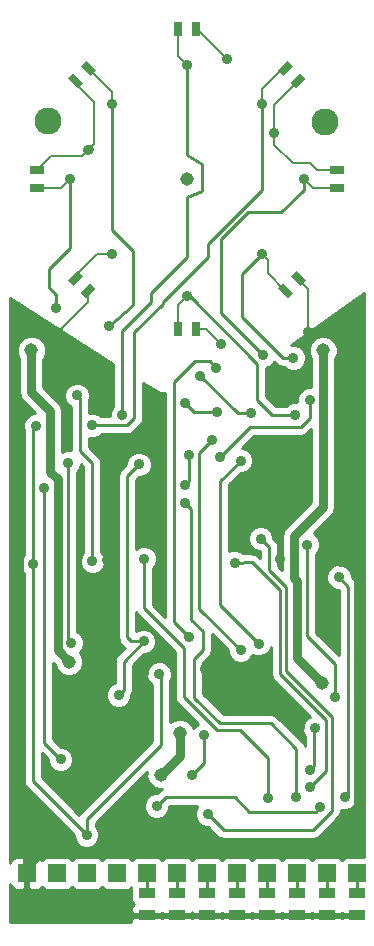
<source format=gtl>
G04 (created by PCBNEW (2013-07-07 BZR 4022)-stable) date 12/18/2014 6:53:03 AM*
%MOIN*%
G04 Gerber Fmt 3.4, Leading zero omitted, Abs format*
%FSLAX34Y34*%
G01*
G70*
G90*
G04 APERTURE LIST*
%ADD10C,0.00590551*%
%ADD11C,0.09*%
%ADD12R,0.055X0.035*%
%ADD13R,0.025X0.045*%
%ADD14R,0.045X0.025*%
%ADD15R,0.0590551X0.0590551*%
%ADD16C,0.045*%
%ADD17C,0.035*%
%ADD18C,0.03*%
%ADD19C,0.01*%
%ADD20C,0.007*%
G04 APERTURE END LIST*
G54D10*
G54D11*
X83010Y-45680D03*
X73780Y-45640D03*
G54D12*
X81060Y-71375D03*
X81060Y-72125D03*
X80070Y-71375D03*
X80070Y-72125D03*
X82060Y-71375D03*
X82060Y-72125D03*
X79070Y-71375D03*
X79070Y-72125D03*
X83060Y-71375D03*
X83060Y-72125D03*
X78060Y-71375D03*
X78060Y-72125D03*
X84060Y-71375D03*
X84060Y-72125D03*
X77070Y-71375D03*
X77070Y-72125D03*
G54D10*
G36*
X75041Y-43640D02*
X75359Y-43958D01*
X75182Y-44135D01*
X74864Y-43817D01*
X75041Y-43640D01*
X75041Y-43640D01*
G37*
G36*
X74617Y-44064D02*
X74935Y-44382D01*
X74758Y-44559D01*
X74440Y-44241D01*
X74617Y-44064D01*
X74617Y-44064D01*
G37*
G54D13*
X78100Y-42600D03*
X78700Y-42600D03*
G54D10*
G36*
X81440Y-43958D02*
X81758Y-43640D01*
X81935Y-43817D01*
X81617Y-44135D01*
X81440Y-43958D01*
X81440Y-43958D01*
G37*
G36*
X81864Y-44382D02*
X82182Y-44064D01*
X82359Y-44241D01*
X82041Y-44559D01*
X81864Y-44382D01*
X81864Y-44382D01*
G37*
G54D14*
X83400Y-47900D03*
X83400Y-47300D03*
G54D10*
G36*
X81758Y-51559D02*
X81440Y-51241D01*
X81617Y-51064D01*
X81935Y-51382D01*
X81758Y-51559D01*
X81758Y-51559D01*
G37*
G36*
X82182Y-51135D02*
X81864Y-50817D01*
X82041Y-50640D01*
X82359Y-50958D01*
X82182Y-51135D01*
X82182Y-51135D01*
G37*
G54D13*
X78100Y-52600D03*
X78700Y-52600D03*
G54D10*
G36*
X74440Y-50958D02*
X74758Y-50640D01*
X74935Y-50817D01*
X74617Y-51135D01*
X74440Y-50958D01*
X74440Y-50958D01*
G37*
G36*
X74864Y-51382D02*
X75182Y-51064D01*
X75359Y-51241D01*
X75041Y-51559D01*
X74864Y-51382D01*
X74864Y-51382D01*
G37*
G54D14*
X73400Y-47900D03*
X73400Y-47300D03*
G54D15*
X84060Y-70730D03*
X83060Y-70730D03*
X82060Y-70730D03*
X81060Y-70730D03*
X80060Y-70730D03*
X79060Y-70730D03*
X78060Y-70730D03*
X77060Y-70730D03*
X76060Y-70730D03*
X75060Y-70730D03*
X74060Y-70730D03*
X73060Y-70730D03*
G54D16*
X78400Y-47600D03*
X82950Y-53300D03*
X82900Y-64380D03*
X74470Y-63670D03*
X73220Y-53300D03*
G54D17*
X78970Y-66130D03*
X78570Y-67440D03*
X77270Y-55520D03*
X81320Y-46060D03*
X79750Y-43600D03*
X75120Y-46620D03*
X83810Y-55560D03*
X75720Y-62770D03*
X75180Y-63770D03*
X72980Y-55230D03*
X79020Y-63920D03*
X79340Y-64860D03*
X75750Y-57550D03*
X75750Y-60300D03*
X72710Y-53880D03*
X83800Y-52700D03*
X79550Y-53100D03*
X82450Y-52700D03*
X81500Y-57450D03*
X81500Y-60250D03*
X82510Y-67840D03*
X79990Y-60370D03*
X74190Y-66930D03*
X73650Y-57900D03*
X81090Y-68210D03*
X76970Y-60240D03*
X83470Y-60860D03*
X83660Y-68200D03*
X82850Y-68530D03*
X77390Y-68490D03*
X79090Y-68750D03*
X80860Y-59570D03*
X83330Y-64850D03*
X82680Y-65890D03*
X82490Y-67300D03*
X82420Y-59770D03*
X74050Y-51900D03*
X74500Y-47600D03*
X75800Y-52500D03*
X75900Y-45100D03*
X76250Y-55450D03*
X78400Y-43800D03*
X82000Y-55450D03*
X78400Y-51500D03*
X80550Y-55400D03*
X78850Y-54150D03*
X75900Y-50100D03*
X75250Y-55800D03*
X80900Y-45100D03*
X80950Y-53450D03*
X82300Y-47600D03*
X81950Y-53550D03*
X80900Y-50100D03*
X78350Y-58370D03*
X82050Y-68200D03*
X74740Y-54800D03*
X75250Y-60330D03*
X74550Y-63050D03*
X74450Y-57050D03*
X78470Y-62860D03*
X79380Y-53880D03*
X82500Y-54950D03*
X79500Y-56850D03*
X79250Y-56270D03*
X80190Y-63290D03*
X77480Y-64090D03*
X75060Y-69450D03*
X73260Y-60430D03*
X73370Y-55810D03*
X78350Y-55050D03*
X79400Y-55350D03*
X80190Y-56970D03*
X80800Y-63070D03*
X78470Y-56780D03*
X78340Y-57770D03*
X76125Y-64785D03*
X76960Y-63000D03*
X76800Y-57100D03*
G54D16*
X78160Y-66060D03*
X77530Y-67440D03*
G54D18*
X82950Y-53300D02*
X82950Y-58510D01*
X82060Y-63540D02*
X82900Y-64380D01*
X82060Y-60980D02*
X82060Y-63540D01*
X81980Y-60900D02*
X82060Y-60980D01*
X81980Y-59480D02*
X81980Y-60900D01*
X82950Y-58510D02*
X81980Y-59480D01*
X73220Y-53300D02*
X73220Y-54690D01*
X73220Y-54690D02*
X73850Y-55320D01*
X73850Y-55320D02*
X73850Y-57340D01*
X73850Y-57340D02*
X74090Y-57580D01*
X74090Y-57580D02*
X74090Y-63290D01*
X74090Y-63290D02*
X74470Y-63670D01*
G54D19*
X78970Y-67040D02*
X78970Y-66130D01*
X78570Y-67440D02*
X78970Y-67040D01*
G54D20*
X83400Y-47300D02*
X82750Y-47300D01*
X81320Y-45104D02*
X82112Y-44312D01*
X81320Y-46440D02*
X81320Y-46060D01*
X81320Y-46060D02*
X81320Y-45104D01*
X81940Y-47060D02*
X81320Y-46440D01*
X82510Y-47060D02*
X81940Y-47060D01*
X82750Y-47300D02*
X82510Y-47060D01*
X78750Y-42600D02*
X79750Y-43600D01*
X78750Y-42600D02*
X78700Y-42600D01*
G54D18*
X75145Y-46595D02*
X75145Y-46585D01*
X75120Y-46620D02*
X75145Y-46595D01*
G54D20*
X74687Y-44312D02*
X74687Y-44387D01*
X74687Y-44387D02*
X75310Y-45010D01*
X75310Y-45010D02*
X75310Y-46420D01*
X75310Y-46420D02*
X75145Y-46585D01*
X73880Y-46820D02*
X73400Y-47300D01*
X75145Y-46585D02*
X74910Y-46820D01*
X74910Y-46820D02*
X73880Y-46820D01*
G54D18*
X73060Y-70730D02*
X73060Y-70510D01*
X84110Y-60770D02*
X84110Y-68630D01*
X83800Y-60460D02*
X84110Y-60770D01*
X83800Y-60460D02*
X83800Y-55560D01*
X84110Y-69340D02*
X84110Y-68630D01*
X83350Y-70100D02*
X84110Y-69340D01*
X73470Y-70100D02*
X83350Y-70100D01*
X73060Y-70510D02*
X73470Y-70100D01*
G54D19*
X77070Y-72125D02*
X78060Y-72125D01*
X78060Y-72125D02*
X79070Y-72125D01*
X79070Y-72125D02*
X80070Y-72125D01*
X80070Y-72125D02*
X81060Y-72125D01*
X81060Y-72125D02*
X82060Y-72125D01*
X82060Y-72125D02*
X83060Y-72125D01*
X83060Y-72125D02*
X84060Y-72125D01*
X73060Y-70730D02*
X73060Y-71390D01*
X73795Y-72125D02*
X77070Y-72125D01*
X73060Y-71390D02*
X73795Y-72125D01*
X83810Y-55560D02*
X83800Y-55550D01*
X83800Y-55550D02*
X83800Y-55560D01*
X75720Y-63230D02*
X75720Y-62770D01*
X75180Y-63770D02*
X75720Y-63230D01*
G54D18*
X73060Y-70440D02*
X73060Y-70730D01*
X83800Y-52900D02*
X83800Y-55560D01*
X83800Y-52700D02*
X83800Y-52900D01*
X72980Y-55230D02*
X72790Y-55420D01*
X72790Y-55420D02*
X72790Y-69390D01*
X72790Y-69390D02*
X73060Y-69660D01*
X73060Y-69660D02*
X73060Y-70730D01*
G54D19*
X79020Y-63920D02*
X79340Y-64240D01*
X79340Y-64240D02*
X79340Y-64860D01*
X75750Y-60300D02*
X75750Y-57550D01*
G54D20*
X75112Y-51312D02*
X75112Y-51687D01*
G54D19*
X72710Y-52940D02*
X72710Y-53880D01*
X73550Y-52600D02*
X72710Y-52940D01*
X74200Y-52600D02*
X73550Y-52600D01*
G54D20*
X75112Y-51687D02*
X74200Y-52600D01*
G54D18*
X83800Y-52700D02*
X83550Y-52700D01*
X83550Y-52700D02*
X83600Y-52700D01*
X83600Y-52700D02*
X82450Y-52700D01*
G54D20*
X82112Y-50887D02*
X82112Y-50912D01*
X82112Y-50912D02*
X82450Y-51250D01*
X82450Y-51250D02*
X82450Y-52700D01*
X78700Y-52600D02*
X79050Y-52600D01*
X79050Y-52600D02*
X79550Y-53100D01*
G54D19*
X81500Y-60250D02*
X81500Y-57450D01*
X82510Y-67840D02*
X83030Y-67320D01*
X83030Y-67320D02*
X83030Y-65620D01*
X83030Y-65620D02*
X81510Y-64100D01*
X81510Y-64100D02*
X81510Y-61300D01*
X81510Y-61300D02*
X80570Y-60360D01*
X80570Y-60360D02*
X79990Y-60370D01*
X74185Y-66925D02*
X74185Y-66915D01*
X74190Y-66930D02*
X74185Y-66925D01*
X73650Y-57900D02*
X73640Y-57910D01*
X73640Y-57910D02*
X73640Y-66370D01*
X73640Y-66370D02*
X74185Y-66915D01*
X74185Y-66915D02*
X74210Y-66940D01*
X81090Y-68210D02*
X81090Y-66870D01*
X79580Y-65950D02*
X79400Y-65950D01*
X79400Y-65950D02*
X78290Y-64840D01*
X78290Y-64840D02*
X78290Y-63220D01*
X78290Y-63220D02*
X76970Y-61900D01*
X76970Y-61900D02*
X76970Y-60240D01*
X80170Y-65950D02*
X79580Y-65950D01*
X81090Y-66870D02*
X80170Y-65950D01*
X83780Y-61170D02*
X83470Y-60860D01*
X83780Y-68080D02*
X83780Y-61170D01*
X83660Y-68200D02*
X83780Y-68080D01*
X82710Y-68670D02*
X82850Y-68530D01*
X80480Y-68670D02*
X82710Y-68670D01*
X80000Y-68190D02*
X80480Y-68670D01*
X77690Y-68190D02*
X80000Y-68190D01*
X77390Y-68490D02*
X77690Y-68190D01*
X83240Y-67950D02*
X83240Y-68640D01*
X82170Y-69290D02*
X79630Y-69290D01*
X79630Y-69290D02*
X79090Y-68750D01*
X83240Y-65520D02*
X83240Y-67950D01*
X81716Y-63996D02*
X83240Y-65520D01*
X81716Y-61186D02*
X81716Y-63996D01*
X81150Y-60620D02*
X81716Y-61186D01*
X81150Y-59860D02*
X81150Y-60620D01*
X80860Y-59570D02*
X81150Y-59860D01*
X82590Y-69290D02*
X82170Y-69290D01*
X83240Y-68640D02*
X82590Y-69290D01*
X83330Y-64850D02*
X83330Y-63740D01*
X82630Y-65940D02*
X82680Y-65890D01*
X82630Y-67160D02*
X82630Y-65940D01*
X82490Y-67300D02*
X82630Y-67160D01*
X82420Y-62830D02*
X82420Y-59770D01*
X83330Y-63740D02*
X82420Y-62830D01*
X73800Y-51200D02*
X73800Y-51000D01*
X74050Y-51450D02*
X73800Y-51200D01*
X74050Y-51900D02*
X74050Y-51450D01*
X74500Y-47600D02*
X74500Y-49900D01*
X74500Y-49900D02*
X73800Y-50600D01*
X73800Y-50600D02*
X73800Y-51000D01*
X73800Y-51000D02*
X73800Y-51000D01*
G54D20*
X74200Y-47900D02*
X73400Y-47900D01*
X74500Y-47600D02*
X74200Y-47900D01*
X75900Y-45100D02*
X75900Y-44675D01*
X75900Y-44675D02*
X75112Y-43887D01*
G54D19*
X75900Y-45100D02*
X75900Y-49300D01*
X76600Y-51800D02*
X75800Y-52500D01*
X76600Y-50000D02*
X76600Y-51800D01*
X75900Y-49300D02*
X76600Y-50000D01*
X76250Y-55450D02*
X76250Y-52650D01*
X78900Y-47100D02*
X78900Y-47900D01*
X78900Y-47900D02*
X78900Y-48000D01*
X78900Y-48000D02*
X78400Y-48200D01*
X78400Y-43800D02*
X78400Y-46800D01*
X78400Y-48200D02*
X78400Y-50200D01*
X78400Y-50200D02*
X77200Y-51400D01*
X78400Y-46800D02*
X78900Y-47100D01*
X77200Y-51700D02*
X77200Y-51400D01*
X76250Y-52650D02*
X77200Y-51700D01*
G54D20*
X78100Y-42600D02*
X78100Y-43500D01*
X78100Y-43500D02*
X78400Y-43800D01*
G54D19*
X78400Y-51500D02*
X78500Y-51500D01*
X81250Y-55450D02*
X82000Y-55450D01*
X80750Y-54950D02*
X81250Y-55450D01*
X80750Y-53750D02*
X80750Y-54950D01*
X78500Y-51500D02*
X80750Y-53750D01*
G54D20*
X78100Y-51800D02*
X78100Y-52600D01*
X78400Y-51500D02*
X78100Y-51800D01*
G54D19*
X80100Y-55400D02*
X80550Y-55400D01*
X78850Y-54150D02*
X80100Y-55400D01*
X74687Y-50812D02*
X74687Y-50887D01*
G54D20*
X75400Y-50100D02*
X74687Y-50812D01*
X75900Y-50100D02*
X75400Y-50100D01*
G54D19*
X77600Y-51700D02*
X77600Y-51750D01*
X80900Y-47950D02*
X79100Y-49750D01*
X79100Y-49750D02*
X79100Y-50200D01*
X79100Y-50200D02*
X77600Y-51700D01*
X80900Y-45100D02*
X80900Y-47950D01*
X76400Y-55800D02*
X75250Y-55800D01*
X76650Y-55550D02*
X76400Y-55800D01*
X76650Y-52700D02*
X76650Y-55550D01*
X77600Y-51750D02*
X76650Y-52700D01*
G54D20*
X81612Y-43887D02*
X81687Y-43887D01*
X80900Y-44600D02*
X81612Y-43887D01*
X80900Y-45100D02*
X80900Y-44600D01*
G54D19*
X82300Y-47600D02*
X82300Y-47950D01*
X79550Y-52050D02*
X80950Y-53450D01*
X79550Y-49600D02*
X79550Y-52050D01*
X80450Y-48700D02*
X79550Y-49600D01*
X81550Y-48700D02*
X80450Y-48700D01*
X82300Y-47950D02*
X81550Y-48700D01*
G54D20*
X82300Y-47600D02*
X82600Y-47900D01*
X82600Y-47900D02*
X83400Y-47900D01*
G54D19*
X80900Y-50100D02*
X80250Y-50750D01*
X81600Y-53550D02*
X81950Y-53550D01*
X80250Y-52200D02*
X81600Y-53550D01*
X80250Y-50750D02*
X80250Y-52200D01*
G54D20*
X81100Y-50724D02*
X81687Y-51312D01*
X81100Y-50300D02*
X81100Y-50724D01*
X80900Y-50100D02*
X81100Y-50300D01*
G54D19*
X82050Y-68200D02*
X82050Y-66580D01*
X78350Y-58370D02*
X78550Y-58570D01*
X78550Y-58570D02*
X78550Y-59660D01*
X78550Y-62270D02*
X78550Y-59660D01*
X78930Y-62650D02*
X78550Y-62270D01*
X78930Y-63290D02*
X78930Y-62650D01*
X78650Y-63570D02*
X78930Y-63290D01*
X78650Y-64880D02*
X78650Y-63570D01*
X79500Y-65730D02*
X78650Y-64880D01*
X80190Y-65730D02*
X79500Y-65730D01*
X81200Y-65730D02*
X80190Y-65730D01*
X82050Y-66580D02*
X81200Y-65730D01*
X84060Y-70730D02*
X84060Y-71375D01*
X83060Y-70730D02*
X83060Y-71375D01*
X82060Y-70730D02*
X82060Y-71375D01*
X81060Y-70730D02*
X81060Y-71375D01*
X80060Y-70730D02*
X80060Y-71365D01*
X80060Y-71365D02*
X80070Y-71375D01*
X79060Y-70730D02*
X79060Y-71365D01*
X79060Y-71365D02*
X79070Y-71375D01*
X78060Y-70730D02*
X78060Y-71375D01*
X77070Y-71375D02*
X77070Y-70740D01*
X77070Y-70740D02*
X77060Y-70730D01*
X74740Y-54800D02*
X74850Y-54910D01*
X74850Y-54910D02*
X74850Y-55050D01*
X74850Y-56650D02*
X74850Y-55050D01*
X75250Y-57050D02*
X74850Y-56650D01*
X75250Y-60330D02*
X75250Y-57050D01*
X74550Y-63050D02*
X74450Y-62950D01*
X74450Y-62950D02*
X74450Y-57050D01*
X77970Y-62350D02*
X77970Y-54360D01*
X78470Y-62860D02*
X77970Y-62350D01*
X77970Y-54360D02*
X78670Y-53660D01*
X78670Y-53660D02*
X79160Y-53660D01*
X79160Y-53660D02*
X79380Y-53880D01*
X82500Y-55550D02*
X82500Y-54950D01*
X82200Y-55850D02*
X82500Y-55550D01*
X80500Y-55850D02*
X82200Y-55850D01*
X79500Y-56850D02*
X80500Y-55850D01*
X78810Y-56710D02*
X79250Y-56270D01*
X78810Y-61910D02*
X78810Y-56710D01*
X80190Y-63290D02*
X78810Y-61910D01*
X75060Y-68930D02*
X75060Y-69450D01*
X77550Y-66440D02*
X75060Y-68930D01*
X77550Y-64160D02*
X77550Y-66440D01*
X77480Y-64090D02*
X77550Y-64160D01*
X73260Y-67650D02*
X75060Y-69450D01*
X73260Y-60440D02*
X73260Y-67650D01*
X73260Y-60430D02*
X73260Y-60440D01*
X73370Y-55810D02*
X73260Y-55920D01*
X73260Y-55920D02*
X73260Y-60440D01*
X78350Y-55050D02*
X78650Y-55350D01*
X78650Y-55350D02*
X79400Y-55350D01*
X79520Y-57640D02*
X80190Y-56970D01*
X79520Y-61790D02*
X79520Y-57640D01*
X80800Y-63070D02*
X79520Y-61790D01*
X78470Y-57640D02*
X78470Y-56780D01*
X78340Y-57770D02*
X78470Y-57640D01*
X76960Y-63000D02*
X76290Y-63670D01*
X76290Y-64620D02*
X76290Y-63670D01*
X76290Y-64620D02*
X76125Y-64785D01*
X76400Y-62820D02*
X76400Y-62860D01*
X76400Y-62860D02*
X76540Y-63000D01*
X76540Y-63000D02*
X76930Y-63000D01*
X76400Y-57500D02*
X76800Y-57100D01*
X76400Y-57500D02*
X76400Y-62820D01*
X76960Y-63000D02*
X76930Y-63000D01*
G54D18*
X78160Y-66810D02*
X78160Y-66060D01*
X77530Y-67440D02*
X78160Y-66810D01*
G54D10*
G36*
X78776Y-65750D02*
X78729Y-65769D01*
X78609Y-65888D01*
X78606Y-65896D01*
X78562Y-65791D01*
X78429Y-65657D01*
X78254Y-65585D01*
X78065Y-65584D01*
X77891Y-65657D01*
X77850Y-65698D01*
X77850Y-64307D01*
X77904Y-64174D01*
X77905Y-64005D01*
X77840Y-63849D01*
X77721Y-63729D01*
X77564Y-63665D01*
X77395Y-63664D01*
X77239Y-63729D01*
X77119Y-63848D01*
X77055Y-64005D01*
X77054Y-64174D01*
X77119Y-64330D01*
X77238Y-64450D01*
X77250Y-64454D01*
X77250Y-66315D01*
X74847Y-68717D01*
X74809Y-68775D01*
X73560Y-67525D01*
X73560Y-66714D01*
X73765Y-66919D01*
X73764Y-67014D01*
X73829Y-67170D01*
X73948Y-67290D01*
X74105Y-67354D01*
X74274Y-67355D01*
X74430Y-67290D01*
X74550Y-67171D01*
X74614Y-67014D01*
X74615Y-66845D01*
X74550Y-66689D01*
X74431Y-66569D01*
X74274Y-66505D01*
X74199Y-66505D01*
X73940Y-66245D01*
X73940Y-63705D01*
X73994Y-63760D01*
X73994Y-63764D01*
X74067Y-63938D01*
X74200Y-64072D01*
X74375Y-64144D01*
X74564Y-64145D01*
X74738Y-64072D01*
X74872Y-63939D01*
X74944Y-63764D01*
X74945Y-63575D01*
X74872Y-63401D01*
X74836Y-63364D01*
X74910Y-63291D01*
X74974Y-63134D01*
X74975Y-62965D01*
X74910Y-62809D01*
X74791Y-62689D01*
X74750Y-62672D01*
X74750Y-57351D01*
X74810Y-57291D01*
X74874Y-57134D01*
X74874Y-57099D01*
X74950Y-57174D01*
X74950Y-60028D01*
X74889Y-60088D01*
X74825Y-60245D01*
X74824Y-60414D01*
X74889Y-60570D01*
X75008Y-60690D01*
X75165Y-60754D01*
X75334Y-60755D01*
X75490Y-60690D01*
X75610Y-60571D01*
X75674Y-60414D01*
X75675Y-60245D01*
X75610Y-60089D01*
X75550Y-60028D01*
X75550Y-57050D01*
X75549Y-57049D01*
X75527Y-56935D01*
X75462Y-56837D01*
X75462Y-56837D01*
X75150Y-56525D01*
X75150Y-56218D01*
X75165Y-56224D01*
X75334Y-56225D01*
X75490Y-56160D01*
X75551Y-56100D01*
X76400Y-56100D01*
X76400Y-56099D01*
X76514Y-56077D01*
X76514Y-56077D01*
X76612Y-56012D01*
X76862Y-55762D01*
X76862Y-55762D01*
X76927Y-55664D01*
X76949Y-55550D01*
X76950Y-55550D01*
X76950Y-54370D01*
X77515Y-54730D01*
X77670Y-54730D01*
X77670Y-62175D01*
X77270Y-61775D01*
X77270Y-60541D01*
X77330Y-60481D01*
X77394Y-60324D01*
X77395Y-60155D01*
X77330Y-59999D01*
X77211Y-59879D01*
X77054Y-59815D01*
X76885Y-59814D01*
X76729Y-59879D01*
X76700Y-59909D01*
X76700Y-57624D01*
X76799Y-57524D01*
X76884Y-57525D01*
X77040Y-57460D01*
X77160Y-57341D01*
X77224Y-57184D01*
X77225Y-57015D01*
X77160Y-56859D01*
X77041Y-56739D01*
X76884Y-56675D01*
X76715Y-56674D01*
X76559Y-56739D01*
X76439Y-56858D01*
X76375Y-57015D01*
X76374Y-57100D01*
X76187Y-57287D01*
X76122Y-57385D01*
X76100Y-57500D01*
X76100Y-62820D01*
X76100Y-62860D01*
X76122Y-62974D01*
X76187Y-63072D01*
X76325Y-63210D01*
X76077Y-63457D01*
X76012Y-63555D01*
X75990Y-63670D01*
X75990Y-64380D01*
X75884Y-64424D01*
X75764Y-64543D01*
X75700Y-64700D01*
X75699Y-64869D01*
X75764Y-65025D01*
X75883Y-65145D01*
X76040Y-65209D01*
X76209Y-65210D01*
X76365Y-65145D01*
X76485Y-65026D01*
X76549Y-64869D01*
X76550Y-64760D01*
X76567Y-64734D01*
X76589Y-64620D01*
X76590Y-64620D01*
X76590Y-63794D01*
X76959Y-63424D01*
X77044Y-63425D01*
X77200Y-63360D01*
X77320Y-63241D01*
X77384Y-63084D01*
X77385Y-62915D01*
X77320Y-62759D01*
X77201Y-62639D01*
X77044Y-62575D01*
X76875Y-62574D01*
X76719Y-62639D01*
X76700Y-62659D01*
X76700Y-62025D01*
X76757Y-62112D01*
X77990Y-63344D01*
X77990Y-64840D01*
X78012Y-64954D01*
X78077Y-65052D01*
X78776Y-65750D01*
X78776Y-65750D01*
G37*
G54D19*
X78776Y-65750D02*
X78729Y-65769D01*
X78609Y-65888D01*
X78606Y-65896D01*
X78562Y-65791D01*
X78429Y-65657D01*
X78254Y-65585D01*
X78065Y-65584D01*
X77891Y-65657D01*
X77850Y-65698D01*
X77850Y-64307D01*
X77904Y-64174D01*
X77905Y-64005D01*
X77840Y-63849D01*
X77721Y-63729D01*
X77564Y-63665D01*
X77395Y-63664D01*
X77239Y-63729D01*
X77119Y-63848D01*
X77055Y-64005D01*
X77054Y-64174D01*
X77119Y-64330D01*
X77238Y-64450D01*
X77250Y-64454D01*
X77250Y-66315D01*
X74847Y-68717D01*
X74809Y-68775D01*
X73560Y-67525D01*
X73560Y-66714D01*
X73765Y-66919D01*
X73764Y-67014D01*
X73829Y-67170D01*
X73948Y-67290D01*
X74105Y-67354D01*
X74274Y-67355D01*
X74430Y-67290D01*
X74550Y-67171D01*
X74614Y-67014D01*
X74615Y-66845D01*
X74550Y-66689D01*
X74431Y-66569D01*
X74274Y-66505D01*
X74199Y-66505D01*
X73940Y-66245D01*
X73940Y-63705D01*
X73994Y-63760D01*
X73994Y-63764D01*
X74067Y-63938D01*
X74200Y-64072D01*
X74375Y-64144D01*
X74564Y-64145D01*
X74738Y-64072D01*
X74872Y-63939D01*
X74944Y-63764D01*
X74945Y-63575D01*
X74872Y-63401D01*
X74836Y-63364D01*
X74910Y-63291D01*
X74974Y-63134D01*
X74975Y-62965D01*
X74910Y-62809D01*
X74791Y-62689D01*
X74750Y-62672D01*
X74750Y-57351D01*
X74810Y-57291D01*
X74874Y-57134D01*
X74874Y-57099D01*
X74950Y-57174D01*
X74950Y-60028D01*
X74889Y-60088D01*
X74825Y-60245D01*
X74824Y-60414D01*
X74889Y-60570D01*
X75008Y-60690D01*
X75165Y-60754D01*
X75334Y-60755D01*
X75490Y-60690D01*
X75610Y-60571D01*
X75674Y-60414D01*
X75675Y-60245D01*
X75610Y-60089D01*
X75550Y-60028D01*
X75550Y-57050D01*
X75549Y-57049D01*
X75527Y-56935D01*
X75462Y-56837D01*
X75462Y-56837D01*
X75150Y-56525D01*
X75150Y-56218D01*
X75165Y-56224D01*
X75334Y-56225D01*
X75490Y-56160D01*
X75551Y-56100D01*
X76400Y-56100D01*
X76400Y-56099D01*
X76514Y-56077D01*
X76514Y-56077D01*
X76612Y-56012D01*
X76862Y-55762D01*
X76862Y-55762D01*
X76927Y-55664D01*
X76949Y-55550D01*
X76950Y-55550D01*
X76950Y-54370D01*
X77515Y-54730D01*
X77670Y-54730D01*
X77670Y-62175D01*
X77270Y-61775D01*
X77270Y-60541D01*
X77330Y-60481D01*
X77394Y-60324D01*
X77395Y-60155D01*
X77330Y-59999D01*
X77211Y-59879D01*
X77054Y-59815D01*
X76885Y-59814D01*
X76729Y-59879D01*
X76700Y-59909D01*
X76700Y-57624D01*
X76799Y-57524D01*
X76884Y-57525D01*
X77040Y-57460D01*
X77160Y-57341D01*
X77224Y-57184D01*
X77225Y-57015D01*
X77160Y-56859D01*
X77041Y-56739D01*
X76884Y-56675D01*
X76715Y-56674D01*
X76559Y-56739D01*
X76439Y-56858D01*
X76375Y-57015D01*
X76374Y-57100D01*
X76187Y-57287D01*
X76122Y-57385D01*
X76100Y-57500D01*
X76100Y-62820D01*
X76100Y-62860D01*
X76122Y-62974D01*
X76187Y-63072D01*
X76325Y-63210D01*
X76077Y-63457D01*
X76012Y-63555D01*
X75990Y-63670D01*
X75990Y-64380D01*
X75884Y-64424D01*
X75764Y-64543D01*
X75700Y-64700D01*
X75699Y-64869D01*
X75764Y-65025D01*
X75883Y-65145D01*
X76040Y-65209D01*
X76209Y-65210D01*
X76365Y-65145D01*
X76485Y-65026D01*
X76549Y-64869D01*
X76550Y-64760D01*
X76567Y-64734D01*
X76589Y-64620D01*
X76590Y-64620D01*
X76590Y-63794D01*
X76959Y-63424D01*
X77044Y-63425D01*
X77200Y-63360D01*
X77320Y-63241D01*
X77384Y-63084D01*
X77385Y-62915D01*
X77320Y-62759D01*
X77201Y-62639D01*
X77044Y-62575D01*
X76875Y-62574D01*
X76719Y-62639D01*
X76700Y-62659D01*
X76700Y-62025D01*
X76757Y-62112D01*
X77990Y-63344D01*
X77990Y-64840D01*
X78012Y-64954D01*
X78077Y-65052D01*
X78776Y-65750D01*
G54D10*
G36*
X82493Y-65507D02*
X82439Y-65529D01*
X82319Y-65648D01*
X82255Y-65805D01*
X82254Y-65974D01*
X82319Y-66130D01*
X82330Y-66140D01*
X82330Y-66479D01*
X82327Y-66465D01*
X82262Y-66367D01*
X81412Y-65517D01*
X81314Y-65452D01*
X81200Y-65430D01*
X80190Y-65430D01*
X79624Y-65430D01*
X78950Y-64755D01*
X78950Y-63694D01*
X79142Y-63502D01*
X79142Y-63502D01*
X79207Y-63404D01*
X79229Y-63290D01*
X79230Y-63290D01*
X79230Y-62754D01*
X79765Y-63289D01*
X79764Y-63374D01*
X79829Y-63530D01*
X79948Y-63650D01*
X80105Y-63714D01*
X80274Y-63715D01*
X80430Y-63650D01*
X80550Y-63531D01*
X80587Y-63441D01*
X80715Y-63494D01*
X80884Y-63495D01*
X81040Y-63430D01*
X81160Y-63311D01*
X81210Y-63190D01*
X81210Y-64100D01*
X81232Y-64214D01*
X81297Y-64312D01*
X82493Y-65507D01*
X82493Y-65507D01*
G37*
G54D19*
X82493Y-65507D02*
X82439Y-65529D01*
X82319Y-65648D01*
X82255Y-65805D01*
X82254Y-65974D01*
X82319Y-66130D01*
X82330Y-66140D01*
X82330Y-66479D01*
X82327Y-66465D01*
X82262Y-66367D01*
X81412Y-65517D01*
X81314Y-65452D01*
X81200Y-65430D01*
X80190Y-65430D01*
X79624Y-65430D01*
X78950Y-64755D01*
X78950Y-63694D01*
X79142Y-63502D01*
X79142Y-63502D01*
X79207Y-63404D01*
X79229Y-63290D01*
X79230Y-63290D01*
X79230Y-62754D01*
X79765Y-63289D01*
X79764Y-63374D01*
X79829Y-63530D01*
X79948Y-63650D01*
X80105Y-63714D01*
X80274Y-63715D01*
X80430Y-63650D01*
X80550Y-63531D01*
X80587Y-63441D01*
X80715Y-63494D01*
X80884Y-63495D01*
X81040Y-63430D01*
X81160Y-63311D01*
X81210Y-63190D01*
X81210Y-64100D01*
X81232Y-64214D01*
X81297Y-64312D01*
X82493Y-65507D01*
G54D10*
G36*
X82550Y-58344D02*
X81697Y-59197D01*
X81610Y-59326D01*
X81605Y-59352D01*
X81580Y-59480D01*
X81580Y-60625D01*
X81450Y-60495D01*
X81450Y-59860D01*
X81449Y-59859D01*
X81427Y-59745D01*
X81362Y-59647D01*
X81362Y-59647D01*
X81284Y-59570D01*
X81285Y-59485D01*
X81220Y-59329D01*
X81101Y-59209D01*
X80944Y-59145D01*
X80775Y-59144D01*
X80619Y-59209D01*
X80499Y-59328D01*
X80435Y-59485D01*
X80434Y-59654D01*
X80499Y-59810D01*
X80618Y-59930D01*
X80775Y-59994D01*
X80850Y-59994D01*
X80850Y-60215D01*
X80782Y-60147D01*
X80780Y-60146D01*
X80778Y-60144D01*
X80726Y-60110D01*
X80684Y-60082D01*
X80682Y-60082D01*
X80679Y-60080D01*
X80618Y-60069D01*
X80570Y-60060D01*
X80567Y-60060D01*
X80564Y-60059D01*
X80285Y-60064D01*
X80231Y-60009D01*
X80074Y-59945D01*
X79905Y-59944D01*
X79820Y-59980D01*
X79820Y-57764D01*
X80189Y-57394D01*
X80274Y-57395D01*
X80430Y-57330D01*
X80550Y-57211D01*
X80614Y-57054D01*
X80615Y-56885D01*
X80550Y-56729D01*
X80431Y-56609D01*
X80274Y-56545D01*
X80229Y-56545D01*
X80624Y-56150D01*
X82200Y-56150D01*
X82200Y-56149D01*
X82314Y-56127D01*
X82314Y-56127D01*
X82412Y-56062D01*
X82550Y-55924D01*
X82550Y-58344D01*
X82550Y-58344D01*
G37*
G54D19*
X82550Y-58344D02*
X81697Y-59197D01*
X81610Y-59326D01*
X81605Y-59352D01*
X81580Y-59480D01*
X81580Y-60625D01*
X81450Y-60495D01*
X81450Y-59860D01*
X81449Y-59859D01*
X81427Y-59745D01*
X81362Y-59647D01*
X81362Y-59647D01*
X81284Y-59570D01*
X81285Y-59485D01*
X81220Y-59329D01*
X81101Y-59209D01*
X80944Y-59145D01*
X80775Y-59144D01*
X80619Y-59209D01*
X80499Y-59328D01*
X80435Y-59485D01*
X80434Y-59654D01*
X80499Y-59810D01*
X80618Y-59930D01*
X80775Y-59994D01*
X80850Y-59994D01*
X80850Y-60215D01*
X80782Y-60147D01*
X80780Y-60146D01*
X80778Y-60144D01*
X80726Y-60110D01*
X80684Y-60082D01*
X80682Y-60082D01*
X80679Y-60080D01*
X80618Y-60069D01*
X80570Y-60060D01*
X80567Y-60060D01*
X80564Y-60059D01*
X80285Y-60064D01*
X80231Y-60009D01*
X80074Y-59945D01*
X79905Y-59944D01*
X79820Y-59980D01*
X79820Y-57764D01*
X80189Y-57394D01*
X80274Y-57395D01*
X80430Y-57330D01*
X80550Y-57211D01*
X80614Y-57054D01*
X80615Y-56885D01*
X80550Y-56729D01*
X80431Y-56609D01*
X80274Y-56545D01*
X80229Y-56545D01*
X80624Y-56150D01*
X82200Y-56150D01*
X82200Y-56149D01*
X82314Y-56127D01*
X82314Y-56127D01*
X82412Y-56062D01*
X82550Y-55924D01*
X82550Y-58344D01*
G54D10*
G36*
X84290Y-70184D02*
X83715Y-70184D01*
X83623Y-70222D01*
X83559Y-70285D01*
X83497Y-70222D01*
X83405Y-70184D01*
X83305Y-70184D01*
X82715Y-70184D01*
X82623Y-70222D01*
X82559Y-70285D01*
X82497Y-70222D01*
X82405Y-70184D01*
X82305Y-70184D01*
X81715Y-70184D01*
X81623Y-70222D01*
X81559Y-70285D01*
X81497Y-70222D01*
X81405Y-70184D01*
X81305Y-70184D01*
X80715Y-70184D01*
X80623Y-70222D01*
X80559Y-70285D01*
X80497Y-70222D01*
X80405Y-70184D01*
X80305Y-70184D01*
X79715Y-70184D01*
X79623Y-70222D01*
X79559Y-70285D01*
X79497Y-70222D01*
X79405Y-70184D01*
X79305Y-70184D01*
X78715Y-70184D01*
X78623Y-70222D01*
X78559Y-70285D01*
X78497Y-70222D01*
X78405Y-70184D01*
X78305Y-70184D01*
X77715Y-70184D01*
X77623Y-70222D01*
X77559Y-70285D01*
X77497Y-70222D01*
X77405Y-70184D01*
X77305Y-70184D01*
X76715Y-70184D01*
X76623Y-70222D01*
X76559Y-70285D01*
X76497Y-70222D01*
X76405Y-70184D01*
X76305Y-70184D01*
X75715Y-70184D01*
X75623Y-70222D01*
X75559Y-70285D01*
X75497Y-70222D01*
X75405Y-70184D01*
X75305Y-70184D01*
X74715Y-70184D01*
X74623Y-70222D01*
X74559Y-70285D01*
X74497Y-70222D01*
X74405Y-70184D01*
X74305Y-70184D01*
X73715Y-70184D01*
X73623Y-70222D01*
X73560Y-70285D01*
X73496Y-70222D01*
X73404Y-70184D01*
X73172Y-70184D01*
X73110Y-70247D01*
X73110Y-70680D01*
X73117Y-70680D01*
X73117Y-70780D01*
X73110Y-70780D01*
X73110Y-71212D01*
X73172Y-71275D01*
X73404Y-71275D01*
X73496Y-71237D01*
X73560Y-71174D01*
X73622Y-71237D01*
X73714Y-71275D01*
X73814Y-71275D01*
X74404Y-71275D01*
X74496Y-71237D01*
X74560Y-71174D01*
X74622Y-71237D01*
X74714Y-71275D01*
X74814Y-71275D01*
X75404Y-71275D01*
X75496Y-71237D01*
X75560Y-71174D01*
X75622Y-71237D01*
X75714Y-71275D01*
X75814Y-71275D01*
X76404Y-71275D01*
X76496Y-71237D01*
X76545Y-71189D01*
X76544Y-71249D01*
X76544Y-71599D01*
X76582Y-71691D01*
X76641Y-71750D01*
X76582Y-71808D01*
X76544Y-71900D01*
X76545Y-72012D01*
X76607Y-72075D01*
X77020Y-72075D01*
X77020Y-72067D01*
X77120Y-72067D01*
X77120Y-72075D01*
X77532Y-72075D01*
X77565Y-72042D01*
X77597Y-72075D01*
X78010Y-72075D01*
X78010Y-72067D01*
X78110Y-72067D01*
X78110Y-72075D01*
X78522Y-72075D01*
X78565Y-72032D01*
X78607Y-72075D01*
X79020Y-72075D01*
X79020Y-72067D01*
X79120Y-72067D01*
X79120Y-72075D01*
X79532Y-72075D01*
X79570Y-72037D01*
X79607Y-72075D01*
X80020Y-72075D01*
X80020Y-72067D01*
X80120Y-72067D01*
X80120Y-72075D01*
X80532Y-72075D01*
X80565Y-72042D01*
X80597Y-72075D01*
X81010Y-72075D01*
X81010Y-72067D01*
X81110Y-72067D01*
X81110Y-72075D01*
X81522Y-72075D01*
X81560Y-72037D01*
X81597Y-72075D01*
X82010Y-72075D01*
X82010Y-72067D01*
X82110Y-72067D01*
X82110Y-72075D01*
X82522Y-72075D01*
X82560Y-72037D01*
X82597Y-72075D01*
X83010Y-72075D01*
X83010Y-72067D01*
X83110Y-72067D01*
X83110Y-72075D01*
X83522Y-72075D01*
X83560Y-72037D01*
X83597Y-72075D01*
X84010Y-72075D01*
X84010Y-72067D01*
X84110Y-72067D01*
X84110Y-72075D01*
X84117Y-72075D01*
X84117Y-72175D01*
X84110Y-72175D01*
X84110Y-72182D01*
X84010Y-72182D01*
X84010Y-72175D01*
X83597Y-72175D01*
X83560Y-72212D01*
X83522Y-72175D01*
X83110Y-72175D01*
X83110Y-72182D01*
X83010Y-72182D01*
X83010Y-72175D01*
X82597Y-72175D01*
X82560Y-72212D01*
X82522Y-72175D01*
X82110Y-72175D01*
X82110Y-72182D01*
X82010Y-72182D01*
X82010Y-72175D01*
X81597Y-72175D01*
X81560Y-72212D01*
X81522Y-72175D01*
X81110Y-72175D01*
X81110Y-72182D01*
X81010Y-72182D01*
X81010Y-72175D01*
X80597Y-72175D01*
X80565Y-72207D01*
X80532Y-72175D01*
X80120Y-72175D01*
X80120Y-72182D01*
X80020Y-72182D01*
X80020Y-72175D01*
X79607Y-72175D01*
X79570Y-72212D01*
X79532Y-72175D01*
X79120Y-72175D01*
X79120Y-72182D01*
X79020Y-72182D01*
X79020Y-72175D01*
X78607Y-72175D01*
X78565Y-72217D01*
X78522Y-72175D01*
X78110Y-72175D01*
X78110Y-72182D01*
X78010Y-72182D01*
X78010Y-72175D01*
X77597Y-72175D01*
X77565Y-72207D01*
X77532Y-72175D01*
X77120Y-72175D01*
X77120Y-72182D01*
X77020Y-72182D01*
X77020Y-72175D01*
X76607Y-72175D01*
X76545Y-72237D01*
X76544Y-72349D01*
X76545Y-72350D01*
X72519Y-72350D01*
X72519Y-71087D01*
X72552Y-71167D01*
X72623Y-71237D01*
X72715Y-71275D01*
X72947Y-71275D01*
X73010Y-71212D01*
X73010Y-70780D01*
X73002Y-70780D01*
X73002Y-70680D01*
X73010Y-70680D01*
X73010Y-70247D01*
X72947Y-70184D01*
X72715Y-70184D01*
X72623Y-70222D01*
X72552Y-70292D01*
X72519Y-70372D01*
X72519Y-51556D01*
X75950Y-53735D01*
X75950Y-55148D01*
X75889Y-55208D01*
X75825Y-55365D01*
X75824Y-55500D01*
X75551Y-55500D01*
X75491Y-55439D01*
X75334Y-55375D01*
X75165Y-55374D01*
X75150Y-55381D01*
X75150Y-55050D01*
X75150Y-54920D01*
X75164Y-54884D01*
X75165Y-54715D01*
X75100Y-54559D01*
X74981Y-54439D01*
X74824Y-54375D01*
X74655Y-54374D01*
X74499Y-54439D01*
X74379Y-54558D01*
X74315Y-54715D01*
X74314Y-54884D01*
X74379Y-55040D01*
X74498Y-55160D01*
X74550Y-55181D01*
X74550Y-56631D01*
X74534Y-56625D01*
X74365Y-56624D01*
X74250Y-56672D01*
X74250Y-55320D01*
X74219Y-55166D01*
X74219Y-55166D01*
X74190Y-55123D01*
X74132Y-55037D01*
X74132Y-55037D01*
X73620Y-54524D01*
X73620Y-53571D01*
X73622Y-53569D01*
X73694Y-53394D01*
X73695Y-53205D01*
X73622Y-53031D01*
X73489Y-52897D01*
X73314Y-52825D01*
X73125Y-52824D01*
X72951Y-52897D01*
X72817Y-53030D01*
X72745Y-53205D01*
X72744Y-53394D01*
X72817Y-53568D01*
X72820Y-53571D01*
X72820Y-54690D01*
X72845Y-54817D01*
X72850Y-54843D01*
X72937Y-54972D01*
X73349Y-55384D01*
X73285Y-55384D01*
X73129Y-55449D01*
X73009Y-55568D01*
X72945Y-55725D01*
X72944Y-55894D01*
X72960Y-55930D01*
X72960Y-60128D01*
X72899Y-60188D01*
X72835Y-60345D01*
X72834Y-60514D01*
X72899Y-60670D01*
X72960Y-60731D01*
X72960Y-67650D01*
X72982Y-67764D01*
X73047Y-67862D01*
X74635Y-69449D01*
X74634Y-69534D01*
X74699Y-69690D01*
X74818Y-69810D01*
X74975Y-69874D01*
X75144Y-69875D01*
X75300Y-69810D01*
X75420Y-69691D01*
X75484Y-69534D01*
X75485Y-69365D01*
X75420Y-69209D01*
X75360Y-69148D01*
X75360Y-69054D01*
X77055Y-67359D01*
X77054Y-67534D01*
X77127Y-67708D01*
X77260Y-67842D01*
X77435Y-67914D01*
X77571Y-67915D01*
X77477Y-67977D01*
X77390Y-68065D01*
X77305Y-68064D01*
X77149Y-68129D01*
X77029Y-68248D01*
X76965Y-68405D01*
X76964Y-68574D01*
X77029Y-68730D01*
X77148Y-68850D01*
X77305Y-68914D01*
X77474Y-68915D01*
X77630Y-68850D01*
X77750Y-68731D01*
X77814Y-68574D01*
X77815Y-68490D01*
X78748Y-68490D01*
X78729Y-68508D01*
X78665Y-68665D01*
X78664Y-68834D01*
X78729Y-68990D01*
X78848Y-69110D01*
X79005Y-69174D01*
X79090Y-69175D01*
X79417Y-69502D01*
X79417Y-69502D01*
X79515Y-69567D01*
X79630Y-69590D01*
X82170Y-69590D01*
X82590Y-69590D01*
X82590Y-69589D01*
X82704Y-69567D01*
X82704Y-69567D01*
X82802Y-69502D01*
X83452Y-68852D01*
X83452Y-68852D01*
X83517Y-68754D01*
X83539Y-68640D01*
X83540Y-68640D01*
X83540Y-68610D01*
X83575Y-68624D01*
X83744Y-68625D01*
X83900Y-68560D01*
X84020Y-68441D01*
X84084Y-68284D01*
X84085Y-68115D01*
X84076Y-68095D01*
X84079Y-68080D01*
X84080Y-68080D01*
X84080Y-61170D01*
X84079Y-61169D01*
X84057Y-61055D01*
X83992Y-60957D01*
X83992Y-60957D01*
X83894Y-60860D01*
X83895Y-60775D01*
X83830Y-60619D01*
X83711Y-60499D01*
X83554Y-60435D01*
X83385Y-60434D01*
X83229Y-60499D01*
X83109Y-60618D01*
X83045Y-60775D01*
X83044Y-60944D01*
X83109Y-61100D01*
X83228Y-61220D01*
X83385Y-61284D01*
X83470Y-61285D01*
X83480Y-61294D01*
X83480Y-63465D01*
X82720Y-62705D01*
X82720Y-60071D01*
X82780Y-60011D01*
X82844Y-59854D01*
X82845Y-59685D01*
X82780Y-59529D01*
X82661Y-59409D01*
X82629Y-59396D01*
X83232Y-58792D01*
X83232Y-58792D01*
X83290Y-58706D01*
X83319Y-58663D01*
X83319Y-58663D01*
X83349Y-58510D01*
X83350Y-58510D01*
X83350Y-53571D01*
X83352Y-53569D01*
X83424Y-53394D01*
X83425Y-53205D01*
X83352Y-53031D01*
X83219Y-52897D01*
X83044Y-52825D01*
X82855Y-52824D01*
X82681Y-52897D01*
X82547Y-53030D01*
X82475Y-53205D01*
X82474Y-53394D01*
X82547Y-53568D01*
X82550Y-53571D01*
X82550Y-54525D01*
X82415Y-54524D01*
X82259Y-54589D01*
X82139Y-54708D01*
X82075Y-54865D01*
X82074Y-55025D01*
X81915Y-55024D01*
X81759Y-55089D01*
X81698Y-55150D01*
X81374Y-55150D01*
X81050Y-54825D01*
X81050Y-53868D01*
X81190Y-53810D01*
X81310Y-53691D01*
X81312Y-53686D01*
X81387Y-53762D01*
X81387Y-53762D01*
X81485Y-53827D01*
X81600Y-53850D01*
X81648Y-53850D01*
X81708Y-53910D01*
X81865Y-53974D01*
X82034Y-53975D01*
X82190Y-53910D01*
X82310Y-53791D01*
X82374Y-53634D01*
X82375Y-53465D01*
X82310Y-53309D01*
X82191Y-53189D01*
X82034Y-53125D01*
X81870Y-53124D01*
X84290Y-51394D01*
X84290Y-70184D01*
X84290Y-70184D01*
G37*
G54D19*
X84290Y-70184D02*
X83715Y-70184D01*
X83623Y-70222D01*
X83559Y-70285D01*
X83497Y-70222D01*
X83405Y-70184D01*
X83305Y-70184D01*
X82715Y-70184D01*
X82623Y-70222D01*
X82559Y-70285D01*
X82497Y-70222D01*
X82405Y-70184D01*
X82305Y-70184D01*
X81715Y-70184D01*
X81623Y-70222D01*
X81559Y-70285D01*
X81497Y-70222D01*
X81405Y-70184D01*
X81305Y-70184D01*
X80715Y-70184D01*
X80623Y-70222D01*
X80559Y-70285D01*
X80497Y-70222D01*
X80405Y-70184D01*
X80305Y-70184D01*
X79715Y-70184D01*
X79623Y-70222D01*
X79559Y-70285D01*
X79497Y-70222D01*
X79405Y-70184D01*
X79305Y-70184D01*
X78715Y-70184D01*
X78623Y-70222D01*
X78559Y-70285D01*
X78497Y-70222D01*
X78405Y-70184D01*
X78305Y-70184D01*
X77715Y-70184D01*
X77623Y-70222D01*
X77559Y-70285D01*
X77497Y-70222D01*
X77405Y-70184D01*
X77305Y-70184D01*
X76715Y-70184D01*
X76623Y-70222D01*
X76559Y-70285D01*
X76497Y-70222D01*
X76405Y-70184D01*
X76305Y-70184D01*
X75715Y-70184D01*
X75623Y-70222D01*
X75559Y-70285D01*
X75497Y-70222D01*
X75405Y-70184D01*
X75305Y-70184D01*
X74715Y-70184D01*
X74623Y-70222D01*
X74559Y-70285D01*
X74497Y-70222D01*
X74405Y-70184D01*
X74305Y-70184D01*
X73715Y-70184D01*
X73623Y-70222D01*
X73560Y-70285D01*
X73496Y-70222D01*
X73404Y-70184D01*
X73172Y-70184D01*
X73110Y-70247D01*
X73110Y-70680D01*
X73117Y-70680D01*
X73117Y-70780D01*
X73110Y-70780D01*
X73110Y-71212D01*
X73172Y-71275D01*
X73404Y-71275D01*
X73496Y-71237D01*
X73560Y-71174D01*
X73622Y-71237D01*
X73714Y-71275D01*
X73814Y-71275D01*
X74404Y-71275D01*
X74496Y-71237D01*
X74560Y-71174D01*
X74622Y-71237D01*
X74714Y-71275D01*
X74814Y-71275D01*
X75404Y-71275D01*
X75496Y-71237D01*
X75560Y-71174D01*
X75622Y-71237D01*
X75714Y-71275D01*
X75814Y-71275D01*
X76404Y-71275D01*
X76496Y-71237D01*
X76545Y-71189D01*
X76544Y-71249D01*
X76544Y-71599D01*
X76582Y-71691D01*
X76641Y-71750D01*
X76582Y-71808D01*
X76544Y-71900D01*
X76545Y-72012D01*
X76607Y-72075D01*
X77020Y-72075D01*
X77020Y-72067D01*
X77120Y-72067D01*
X77120Y-72075D01*
X77532Y-72075D01*
X77565Y-72042D01*
X77597Y-72075D01*
X78010Y-72075D01*
X78010Y-72067D01*
X78110Y-72067D01*
X78110Y-72075D01*
X78522Y-72075D01*
X78565Y-72032D01*
X78607Y-72075D01*
X79020Y-72075D01*
X79020Y-72067D01*
X79120Y-72067D01*
X79120Y-72075D01*
X79532Y-72075D01*
X79570Y-72037D01*
X79607Y-72075D01*
X80020Y-72075D01*
X80020Y-72067D01*
X80120Y-72067D01*
X80120Y-72075D01*
X80532Y-72075D01*
X80565Y-72042D01*
X80597Y-72075D01*
X81010Y-72075D01*
X81010Y-72067D01*
X81110Y-72067D01*
X81110Y-72075D01*
X81522Y-72075D01*
X81560Y-72037D01*
X81597Y-72075D01*
X82010Y-72075D01*
X82010Y-72067D01*
X82110Y-72067D01*
X82110Y-72075D01*
X82522Y-72075D01*
X82560Y-72037D01*
X82597Y-72075D01*
X83010Y-72075D01*
X83010Y-72067D01*
X83110Y-72067D01*
X83110Y-72075D01*
X83522Y-72075D01*
X83560Y-72037D01*
X83597Y-72075D01*
X84010Y-72075D01*
X84010Y-72067D01*
X84110Y-72067D01*
X84110Y-72075D01*
X84117Y-72075D01*
X84117Y-72175D01*
X84110Y-72175D01*
X84110Y-72182D01*
X84010Y-72182D01*
X84010Y-72175D01*
X83597Y-72175D01*
X83560Y-72212D01*
X83522Y-72175D01*
X83110Y-72175D01*
X83110Y-72182D01*
X83010Y-72182D01*
X83010Y-72175D01*
X82597Y-72175D01*
X82560Y-72212D01*
X82522Y-72175D01*
X82110Y-72175D01*
X82110Y-72182D01*
X82010Y-72182D01*
X82010Y-72175D01*
X81597Y-72175D01*
X81560Y-72212D01*
X81522Y-72175D01*
X81110Y-72175D01*
X81110Y-72182D01*
X81010Y-72182D01*
X81010Y-72175D01*
X80597Y-72175D01*
X80565Y-72207D01*
X80532Y-72175D01*
X80120Y-72175D01*
X80120Y-72182D01*
X80020Y-72182D01*
X80020Y-72175D01*
X79607Y-72175D01*
X79570Y-72212D01*
X79532Y-72175D01*
X79120Y-72175D01*
X79120Y-72182D01*
X79020Y-72182D01*
X79020Y-72175D01*
X78607Y-72175D01*
X78565Y-72217D01*
X78522Y-72175D01*
X78110Y-72175D01*
X78110Y-72182D01*
X78010Y-72182D01*
X78010Y-72175D01*
X77597Y-72175D01*
X77565Y-72207D01*
X77532Y-72175D01*
X77120Y-72175D01*
X77120Y-72182D01*
X77020Y-72182D01*
X77020Y-72175D01*
X76607Y-72175D01*
X76545Y-72237D01*
X76544Y-72349D01*
X76545Y-72350D01*
X72519Y-72350D01*
X72519Y-71087D01*
X72552Y-71167D01*
X72623Y-71237D01*
X72715Y-71275D01*
X72947Y-71275D01*
X73010Y-71212D01*
X73010Y-70780D01*
X73002Y-70780D01*
X73002Y-70680D01*
X73010Y-70680D01*
X73010Y-70247D01*
X72947Y-70184D01*
X72715Y-70184D01*
X72623Y-70222D01*
X72552Y-70292D01*
X72519Y-70372D01*
X72519Y-51556D01*
X75950Y-53735D01*
X75950Y-55148D01*
X75889Y-55208D01*
X75825Y-55365D01*
X75824Y-55500D01*
X75551Y-55500D01*
X75491Y-55439D01*
X75334Y-55375D01*
X75165Y-55374D01*
X75150Y-55381D01*
X75150Y-55050D01*
X75150Y-54920D01*
X75164Y-54884D01*
X75165Y-54715D01*
X75100Y-54559D01*
X74981Y-54439D01*
X74824Y-54375D01*
X74655Y-54374D01*
X74499Y-54439D01*
X74379Y-54558D01*
X74315Y-54715D01*
X74314Y-54884D01*
X74379Y-55040D01*
X74498Y-55160D01*
X74550Y-55181D01*
X74550Y-56631D01*
X74534Y-56625D01*
X74365Y-56624D01*
X74250Y-56672D01*
X74250Y-55320D01*
X74219Y-55166D01*
X74219Y-55166D01*
X74190Y-55123D01*
X74132Y-55037D01*
X74132Y-55037D01*
X73620Y-54524D01*
X73620Y-53571D01*
X73622Y-53569D01*
X73694Y-53394D01*
X73695Y-53205D01*
X73622Y-53031D01*
X73489Y-52897D01*
X73314Y-52825D01*
X73125Y-52824D01*
X72951Y-52897D01*
X72817Y-53030D01*
X72745Y-53205D01*
X72744Y-53394D01*
X72817Y-53568D01*
X72820Y-53571D01*
X72820Y-54690D01*
X72845Y-54817D01*
X72850Y-54843D01*
X72937Y-54972D01*
X73349Y-55384D01*
X73285Y-55384D01*
X73129Y-55449D01*
X73009Y-55568D01*
X72945Y-55725D01*
X72944Y-55894D01*
X72960Y-55930D01*
X72960Y-60128D01*
X72899Y-60188D01*
X72835Y-60345D01*
X72834Y-60514D01*
X72899Y-60670D01*
X72960Y-60731D01*
X72960Y-67650D01*
X72982Y-67764D01*
X73047Y-67862D01*
X74635Y-69449D01*
X74634Y-69534D01*
X74699Y-69690D01*
X74818Y-69810D01*
X74975Y-69874D01*
X75144Y-69875D01*
X75300Y-69810D01*
X75420Y-69691D01*
X75484Y-69534D01*
X75485Y-69365D01*
X75420Y-69209D01*
X75360Y-69148D01*
X75360Y-69054D01*
X77055Y-67359D01*
X77054Y-67534D01*
X77127Y-67708D01*
X77260Y-67842D01*
X77435Y-67914D01*
X77571Y-67915D01*
X77477Y-67977D01*
X77390Y-68065D01*
X77305Y-68064D01*
X77149Y-68129D01*
X77029Y-68248D01*
X76965Y-68405D01*
X76964Y-68574D01*
X77029Y-68730D01*
X77148Y-68850D01*
X77305Y-68914D01*
X77474Y-68915D01*
X77630Y-68850D01*
X77750Y-68731D01*
X77814Y-68574D01*
X77815Y-68490D01*
X78748Y-68490D01*
X78729Y-68508D01*
X78665Y-68665D01*
X78664Y-68834D01*
X78729Y-68990D01*
X78848Y-69110D01*
X79005Y-69174D01*
X79090Y-69175D01*
X79417Y-69502D01*
X79417Y-69502D01*
X79515Y-69567D01*
X79630Y-69590D01*
X82170Y-69590D01*
X82590Y-69590D01*
X82590Y-69589D01*
X82704Y-69567D01*
X82704Y-69567D01*
X82802Y-69502D01*
X83452Y-68852D01*
X83452Y-68852D01*
X83517Y-68754D01*
X83539Y-68640D01*
X83540Y-68640D01*
X83540Y-68610D01*
X83575Y-68624D01*
X83744Y-68625D01*
X83900Y-68560D01*
X84020Y-68441D01*
X84084Y-68284D01*
X84085Y-68115D01*
X84076Y-68095D01*
X84079Y-68080D01*
X84080Y-68080D01*
X84080Y-61170D01*
X84079Y-61169D01*
X84057Y-61055D01*
X83992Y-60957D01*
X83992Y-60957D01*
X83894Y-60860D01*
X83895Y-60775D01*
X83830Y-60619D01*
X83711Y-60499D01*
X83554Y-60435D01*
X83385Y-60434D01*
X83229Y-60499D01*
X83109Y-60618D01*
X83045Y-60775D01*
X83044Y-60944D01*
X83109Y-61100D01*
X83228Y-61220D01*
X83385Y-61284D01*
X83470Y-61285D01*
X83480Y-61294D01*
X83480Y-63465D01*
X82720Y-62705D01*
X82720Y-60071D01*
X82780Y-60011D01*
X82844Y-59854D01*
X82845Y-59685D01*
X82780Y-59529D01*
X82661Y-59409D01*
X82629Y-59396D01*
X83232Y-58792D01*
X83232Y-58792D01*
X83290Y-58706D01*
X83319Y-58663D01*
X83319Y-58663D01*
X83349Y-58510D01*
X83350Y-58510D01*
X83350Y-53571D01*
X83352Y-53569D01*
X83424Y-53394D01*
X83425Y-53205D01*
X83352Y-53031D01*
X83219Y-52897D01*
X83044Y-52825D01*
X82855Y-52824D01*
X82681Y-52897D01*
X82547Y-53030D01*
X82475Y-53205D01*
X82474Y-53394D01*
X82547Y-53568D01*
X82550Y-53571D01*
X82550Y-54525D01*
X82415Y-54524D01*
X82259Y-54589D01*
X82139Y-54708D01*
X82075Y-54865D01*
X82074Y-55025D01*
X81915Y-55024D01*
X81759Y-55089D01*
X81698Y-55150D01*
X81374Y-55150D01*
X81050Y-54825D01*
X81050Y-53868D01*
X81190Y-53810D01*
X81310Y-53691D01*
X81312Y-53686D01*
X81387Y-53762D01*
X81387Y-53762D01*
X81485Y-53827D01*
X81600Y-53850D01*
X81648Y-53850D01*
X81708Y-53910D01*
X81865Y-53974D01*
X82034Y-53975D01*
X82190Y-53910D01*
X82310Y-53791D01*
X82374Y-53634D01*
X82375Y-53465D01*
X82310Y-53309D01*
X82191Y-53189D01*
X82034Y-53125D01*
X81870Y-53124D01*
X84290Y-51394D01*
X84290Y-70184D01*
M02*

</source>
